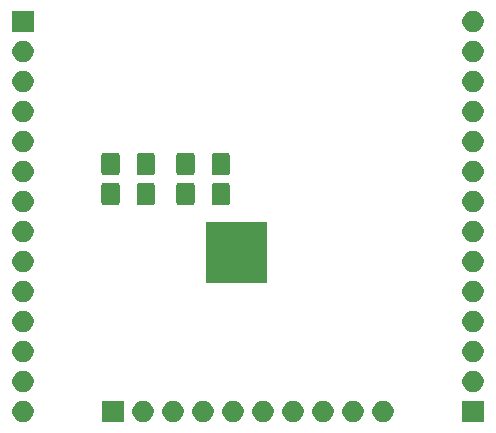
<source format=gbr>
G04 #@! TF.GenerationSoftware,KiCad,Pcbnew,5.1.5-52549c5~84~ubuntu18.04.1*
G04 #@! TF.CreationDate,2020-03-18T13:42:57+01:00*
G04 #@! TF.ProjectId,esp32_breakout,65737033-325f-4627-9265-616b6f75742e,rev?*
G04 #@! TF.SameCoordinates,Original*
G04 #@! TF.FileFunction,Soldermask,Bot*
G04 #@! TF.FilePolarity,Negative*
%FSLAX46Y46*%
G04 Gerber Fmt 4.6, Leading zero omitted, Abs format (unit mm)*
G04 Created by KiCad (PCBNEW 5.1.5-52549c5~84~ubuntu18.04.1) date 2020-03-18 13:42:57*
%MOMM*%
%LPD*%
G04 APERTURE LIST*
%ADD10C,0.100000*%
G04 APERTURE END LIST*
D10*
G36*
X78994000Y-88138000D02*
G01*
X73914000Y-88138000D01*
X73914000Y-83058000D01*
X78994000Y-83058000D01*
X78994000Y-88138000D01*
G37*
X78994000Y-88138000D02*
X73914000Y-88138000D01*
X73914000Y-83058000D01*
X78994000Y-83058000D01*
X78994000Y-88138000D01*
G36*
X58533512Y-98163927D02*
G01*
X58682812Y-98193624D01*
X58846784Y-98261544D01*
X58994354Y-98360147D01*
X59119853Y-98485646D01*
X59218456Y-98633216D01*
X59286376Y-98797188D01*
X59321000Y-98971259D01*
X59321000Y-99148741D01*
X59286376Y-99322812D01*
X59218456Y-99486784D01*
X59119853Y-99634354D01*
X58994354Y-99759853D01*
X58846784Y-99858456D01*
X58682812Y-99926376D01*
X58533512Y-99956073D01*
X58508742Y-99961000D01*
X58331258Y-99961000D01*
X58306488Y-99956073D01*
X58157188Y-99926376D01*
X57993216Y-99858456D01*
X57845646Y-99759853D01*
X57720147Y-99634354D01*
X57621544Y-99486784D01*
X57553624Y-99322812D01*
X57519000Y-99148741D01*
X57519000Y-98971259D01*
X57553624Y-98797188D01*
X57621544Y-98633216D01*
X57720147Y-98485646D01*
X57845646Y-98360147D01*
X57993216Y-98261544D01*
X58157188Y-98193624D01*
X58306488Y-98163927D01*
X58331258Y-98159000D01*
X58508742Y-98159000D01*
X58533512Y-98163927D01*
G37*
G36*
X89013512Y-98163927D02*
G01*
X89162812Y-98193624D01*
X89326784Y-98261544D01*
X89474354Y-98360147D01*
X89599853Y-98485646D01*
X89698456Y-98633216D01*
X89766376Y-98797188D01*
X89801000Y-98971259D01*
X89801000Y-99148741D01*
X89766376Y-99322812D01*
X89698456Y-99486784D01*
X89599853Y-99634354D01*
X89474354Y-99759853D01*
X89326784Y-99858456D01*
X89162812Y-99926376D01*
X89013512Y-99956073D01*
X88988742Y-99961000D01*
X88811258Y-99961000D01*
X88786488Y-99956073D01*
X88637188Y-99926376D01*
X88473216Y-99858456D01*
X88325646Y-99759853D01*
X88200147Y-99634354D01*
X88101544Y-99486784D01*
X88033624Y-99322812D01*
X87999000Y-99148741D01*
X87999000Y-98971259D01*
X88033624Y-98797188D01*
X88101544Y-98633216D01*
X88200147Y-98485646D01*
X88325646Y-98360147D01*
X88473216Y-98261544D01*
X88637188Y-98193624D01*
X88786488Y-98163927D01*
X88811258Y-98159000D01*
X88988742Y-98159000D01*
X89013512Y-98163927D01*
G37*
G36*
X97421000Y-99961000D02*
G01*
X95619000Y-99961000D01*
X95619000Y-98159000D01*
X97421000Y-98159000D01*
X97421000Y-99961000D01*
G37*
G36*
X66941000Y-99961000D02*
G01*
X65139000Y-99961000D01*
X65139000Y-98159000D01*
X66941000Y-98159000D01*
X66941000Y-99961000D01*
G37*
G36*
X68693512Y-98163927D02*
G01*
X68842812Y-98193624D01*
X69006784Y-98261544D01*
X69154354Y-98360147D01*
X69279853Y-98485646D01*
X69378456Y-98633216D01*
X69446376Y-98797188D01*
X69481000Y-98971259D01*
X69481000Y-99148741D01*
X69446376Y-99322812D01*
X69378456Y-99486784D01*
X69279853Y-99634354D01*
X69154354Y-99759853D01*
X69006784Y-99858456D01*
X68842812Y-99926376D01*
X68693512Y-99956073D01*
X68668742Y-99961000D01*
X68491258Y-99961000D01*
X68466488Y-99956073D01*
X68317188Y-99926376D01*
X68153216Y-99858456D01*
X68005646Y-99759853D01*
X67880147Y-99634354D01*
X67781544Y-99486784D01*
X67713624Y-99322812D01*
X67679000Y-99148741D01*
X67679000Y-98971259D01*
X67713624Y-98797188D01*
X67781544Y-98633216D01*
X67880147Y-98485646D01*
X68005646Y-98360147D01*
X68153216Y-98261544D01*
X68317188Y-98193624D01*
X68466488Y-98163927D01*
X68491258Y-98159000D01*
X68668742Y-98159000D01*
X68693512Y-98163927D01*
G37*
G36*
X71233512Y-98163927D02*
G01*
X71382812Y-98193624D01*
X71546784Y-98261544D01*
X71694354Y-98360147D01*
X71819853Y-98485646D01*
X71918456Y-98633216D01*
X71986376Y-98797188D01*
X72021000Y-98971259D01*
X72021000Y-99148741D01*
X71986376Y-99322812D01*
X71918456Y-99486784D01*
X71819853Y-99634354D01*
X71694354Y-99759853D01*
X71546784Y-99858456D01*
X71382812Y-99926376D01*
X71233512Y-99956073D01*
X71208742Y-99961000D01*
X71031258Y-99961000D01*
X71006488Y-99956073D01*
X70857188Y-99926376D01*
X70693216Y-99858456D01*
X70545646Y-99759853D01*
X70420147Y-99634354D01*
X70321544Y-99486784D01*
X70253624Y-99322812D01*
X70219000Y-99148741D01*
X70219000Y-98971259D01*
X70253624Y-98797188D01*
X70321544Y-98633216D01*
X70420147Y-98485646D01*
X70545646Y-98360147D01*
X70693216Y-98261544D01*
X70857188Y-98193624D01*
X71006488Y-98163927D01*
X71031258Y-98159000D01*
X71208742Y-98159000D01*
X71233512Y-98163927D01*
G37*
G36*
X76313512Y-98163927D02*
G01*
X76462812Y-98193624D01*
X76626784Y-98261544D01*
X76774354Y-98360147D01*
X76899853Y-98485646D01*
X76998456Y-98633216D01*
X77066376Y-98797188D01*
X77101000Y-98971259D01*
X77101000Y-99148741D01*
X77066376Y-99322812D01*
X76998456Y-99486784D01*
X76899853Y-99634354D01*
X76774354Y-99759853D01*
X76626784Y-99858456D01*
X76462812Y-99926376D01*
X76313512Y-99956073D01*
X76288742Y-99961000D01*
X76111258Y-99961000D01*
X76086488Y-99956073D01*
X75937188Y-99926376D01*
X75773216Y-99858456D01*
X75625646Y-99759853D01*
X75500147Y-99634354D01*
X75401544Y-99486784D01*
X75333624Y-99322812D01*
X75299000Y-99148741D01*
X75299000Y-98971259D01*
X75333624Y-98797188D01*
X75401544Y-98633216D01*
X75500147Y-98485646D01*
X75625646Y-98360147D01*
X75773216Y-98261544D01*
X75937188Y-98193624D01*
X76086488Y-98163927D01*
X76111258Y-98159000D01*
X76288742Y-98159000D01*
X76313512Y-98163927D01*
G37*
G36*
X81393512Y-98163927D02*
G01*
X81542812Y-98193624D01*
X81706784Y-98261544D01*
X81854354Y-98360147D01*
X81979853Y-98485646D01*
X82078456Y-98633216D01*
X82146376Y-98797188D01*
X82181000Y-98971259D01*
X82181000Y-99148741D01*
X82146376Y-99322812D01*
X82078456Y-99486784D01*
X81979853Y-99634354D01*
X81854354Y-99759853D01*
X81706784Y-99858456D01*
X81542812Y-99926376D01*
X81393512Y-99956073D01*
X81368742Y-99961000D01*
X81191258Y-99961000D01*
X81166488Y-99956073D01*
X81017188Y-99926376D01*
X80853216Y-99858456D01*
X80705646Y-99759853D01*
X80580147Y-99634354D01*
X80481544Y-99486784D01*
X80413624Y-99322812D01*
X80379000Y-99148741D01*
X80379000Y-98971259D01*
X80413624Y-98797188D01*
X80481544Y-98633216D01*
X80580147Y-98485646D01*
X80705646Y-98360147D01*
X80853216Y-98261544D01*
X81017188Y-98193624D01*
X81166488Y-98163927D01*
X81191258Y-98159000D01*
X81368742Y-98159000D01*
X81393512Y-98163927D01*
G37*
G36*
X83933512Y-98163927D02*
G01*
X84082812Y-98193624D01*
X84246784Y-98261544D01*
X84394354Y-98360147D01*
X84519853Y-98485646D01*
X84618456Y-98633216D01*
X84686376Y-98797188D01*
X84721000Y-98971259D01*
X84721000Y-99148741D01*
X84686376Y-99322812D01*
X84618456Y-99486784D01*
X84519853Y-99634354D01*
X84394354Y-99759853D01*
X84246784Y-99858456D01*
X84082812Y-99926376D01*
X83933512Y-99956073D01*
X83908742Y-99961000D01*
X83731258Y-99961000D01*
X83706488Y-99956073D01*
X83557188Y-99926376D01*
X83393216Y-99858456D01*
X83245646Y-99759853D01*
X83120147Y-99634354D01*
X83021544Y-99486784D01*
X82953624Y-99322812D01*
X82919000Y-99148741D01*
X82919000Y-98971259D01*
X82953624Y-98797188D01*
X83021544Y-98633216D01*
X83120147Y-98485646D01*
X83245646Y-98360147D01*
X83393216Y-98261544D01*
X83557188Y-98193624D01*
X83706488Y-98163927D01*
X83731258Y-98159000D01*
X83908742Y-98159000D01*
X83933512Y-98163927D01*
G37*
G36*
X86473512Y-98163927D02*
G01*
X86622812Y-98193624D01*
X86786784Y-98261544D01*
X86934354Y-98360147D01*
X87059853Y-98485646D01*
X87158456Y-98633216D01*
X87226376Y-98797188D01*
X87261000Y-98971259D01*
X87261000Y-99148741D01*
X87226376Y-99322812D01*
X87158456Y-99486784D01*
X87059853Y-99634354D01*
X86934354Y-99759853D01*
X86786784Y-99858456D01*
X86622812Y-99926376D01*
X86473512Y-99956073D01*
X86448742Y-99961000D01*
X86271258Y-99961000D01*
X86246488Y-99956073D01*
X86097188Y-99926376D01*
X85933216Y-99858456D01*
X85785646Y-99759853D01*
X85660147Y-99634354D01*
X85561544Y-99486784D01*
X85493624Y-99322812D01*
X85459000Y-99148741D01*
X85459000Y-98971259D01*
X85493624Y-98797188D01*
X85561544Y-98633216D01*
X85660147Y-98485646D01*
X85785646Y-98360147D01*
X85933216Y-98261544D01*
X86097188Y-98193624D01*
X86246488Y-98163927D01*
X86271258Y-98159000D01*
X86448742Y-98159000D01*
X86473512Y-98163927D01*
G37*
G36*
X78853512Y-98163927D02*
G01*
X79002812Y-98193624D01*
X79166784Y-98261544D01*
X79314354Y-98360147D01*
X79439853Y-98485646D01*
X79538456Y-98633216D01*
X79606376Y-98797188D01*
X79641000Y-98971259D01*
X79641000Y-99148741D01*
X79606376Y-99322812D01*
X79538456Y-99486784D01*
X79439853Y-99634354D01*
X79314354Y-99759853D01*
X79166784Y-99858456D01*
X79002812Y-99926376D01*
X78853512Y-99956073D01*
X78828742Y-99961000D01*
X78651258Y-99961000D01*
X78626488Y-99956073D01*
X78477188Y-99926376D01*
X78313216Y-99858456D01*
X78165646Y-99759853D01*
X78040147Y-99634354D01*
X77941544Y-99486784D01*
X77873624Y-99322812D01*
X77839000Y-99148741D01*
X77839000Y-98971259D01*
X77873624Y-98797188D01*
X77941544Y-98633216D01*
X78040147Y-98485646D01*
X78165646Y-98360147D01*
X78313216Y-98261544D01*
X78477188Y-98193624D01*
X78626488Y-98163927D01*
X78651258Y-98159000D01*
X78828742Y-98159000D01*
X78853512Y-98163927D01*
G37*
G36*
X73773512Y-98163927D02*
G01*
X73922812Y-98193624D01*
X74086784Y-98261544D01*
X74234354Y-98360147D01*
X74359853Y-98485646D01*
X74458456Y-98633216D01*
X74526376Y-98797188D01*
X74561000Y-98971259D01*
X74561000Y-99148741D01*
X74526376Y-99322812D01*
X74458456Y-99486784D01*
X74359853Y-99634354D01*
X74234354Y-99759853D01*
X74086784Y-99858456D01*
X73922812Y-99926376D01*
X73773512Y-99956073D01*
X73748742Y-99961000D01*
X73571258Y-99961000D01*
X73546488Y-99956073D01*
X73397188Y-99926376D01*
X73233216Y-99858456D01*
X73085646Y-99759853D01*
X72960147Y-99634354D01*
X72861544Y-99486784D01*
X72793624Y-99322812D01*
X72759000Y-99148741D01*
X72759000Y-98971259D01*
X72793624Y-98797188D01*
X72861544Y-98633216D01*
X72960147Y-98485646D01*
X73085646Y-98360147D01*
X73233216Y-98261544D01*
X73397188Y-98193624D01*
X73546488Y-98163927D01*
X73571258Y-98159000D01*
X73748742Y-98159000D01*
X73773512Y-98163927D01*
G37*
G36*
X96633512Y-95623927D02*
G01*
X96782812Y-95653624D01*
X96946784Y-95721544D01*
X97094354Y-95820147D01*
X97219853Y-95945646D01*
X97318456Y-96093216D01*
X97386376Y-96257188D01*
X97421000Y-96431259D01*
X97421000Y-96608741D01*
X97386376Y-96782812D01*
X97318456Y-96946784D01*
X97219853Y-97094354D01*
X97094354Y-97219853D01*
X96946784Y-97318456D01*
X96782812Y-97386376D01*
X96633512Y-97416073D01*
X96608742Y-97421000D01*
X96431258Y-97421000D01*
X96406488Y-97416073D01*
X96257188Y-97386376D01*
X96093216Y-97318456D01*
X95945646Y-97219853D01*
X95820147Y-97094354D01*
X95721544Y-96946784D01*
X95653624Y-96782812D01*
X95619000Y-96608741D01*
X95619000Y-96431259D01*
X95653624Y-96257188D01*
X95721544Y-96093216D01*
X95820147Y-95945646D01*
X95945646Y-95820147D01*
X96093216Y-95721544D01*
X96257188Y-95653624D01*
X96406488Y-95623927D01*
X96431258Y-95619000D01*
X96608742Y-95619000D01*
X96633512Y-95623927D01*
G37*
G36*
X58533512Y-95623927D02*
G01*
X58682812Y-95653624D01*
X58846784Y-95721544D01*
X58994354Y-95820147D01*
X59119853Y-95945646D01*
X59218456Y-96093216D01*
X59286376Y-96257188D01*
X59321000Y-96431259D01*
X59321000Y-96608741D01*
X59286376Y-96782812D01*
X59218456Y-96946784D01*
X59119853Y-97094354D01*
X58994354Y-97219853D01*
X58846784Y-97318456D01*
X58682812Y-97386376D01*
X58533512Y-97416073D01*
X58508742Y-97421000D01*
X58331258Y-97421000D01*
X58306488Y-97416073D01*
X58157188Y-97386376D01*
X57993216Y-97318456D01*
X57845646Y-97219853D01*
X57720147Y-97094354D01*
X57621544Y-96946784D01*
X57553624Y-96782812D01*
X57519000Y-96608741D01*
X57519000Y-96431259D01*
X57553624Y-96257188D01*
X57621544Y-96093216D01*
X57720147Y-95945646D01*
X57845646Y-95820147D01*
X57993216Y-95721544D01*
X58157188Y-95653624D01*
X58306488Y-95623927D01*
X58331258Y-95619000D01*
X58508742Y-95619000D01*
X58533512Y-95623927D01*
G37*
G36*
X96633512Y-93083927D02*
G01*
X96782812Y-93113624D01*
X96946784Y-93181544D01*
X97094354Y-93280147D01*
X97219853Y-93405646D01*
X97318456Y-93553216D01*
X97386376Y-93717188D01*
X97421000Y-93891259D01*
X97421000Y-94068741D01*
X97386376Y-94242812D01*
X97318456Y-94406784D01*
X97219853Y-94554354D01*
X97094354Y-94679853D01*
X96946784Y-94778456D01*
X96782812Y-94846376D01*
X96633512Y-94876073D01*
X96608742Y-94881000D01*
X96431258Y-94881000D01*
X96406488Y-94876073D01*
X96257188Y-94846376D01*
X96093216Y-94778456D01*
X95945646Y-94679853D01*
X95820147Y-94554354D01*
X95721544Y-94406784D01*
X95653624Y-94242812D01*
X95619000Y-94068741D01*
X95619000Y-93891259D01*
X95653624Y-93717188D01*
X95721544Y-93553216D01*
X95820147Y-93405646D01*
X95945646Y-93280147D01*
X96093216Y-93181544D01*
X96257188Y-93113624D01*
X96406488Y-93083927D01*
X96431258Y-93079000D01*
X96608742Y-93079000D01*
X96633512Y-93083927D01*
G37*
G36*
X58533512Y-93083927D02*
G01*
X58682812Y-93113624D01*
X58846784Y-93181544D01*
X58994354Y-93280147D01*
X59119853Y-93405646D01*
X59218456Y-93553216D01*
X59286376Y-93717188D01*
X59321000Y-93891259D01*
X59321000Y-94068741D01*
X59286376Y-94242812D01*
X59218456Y-94406784D01*
X59119853Y-94554354D01*
X58994354Y-94679853D01*
X58846784Y-94778456D01*
X58682812Y-94846376D01*
X58533512Y-94876073D01*
X58508742Y-94881000D01*
X58331258Y-94881000D01*
X58306488Y-94876073D01*
X58157188Y-94846376D01*
X57993216Y-94778456D01*
X57845646Y-94679853D01*
X57720147Y-94554354D01*
X57621544Y-94406784D01*
X57553624Y-94242812D01*
X57519000Y-94068741D01*
X57519000Y-93891259D01*
X57553624Y-93717188D01*
X57621544Y-93553216D01*
X57720147Y-93405646D01*
X57845646Y-93280147D01*
X57993216Y-93181544D01*
X58157188Y-93113624D01*
X58306488Y-93083927D01*
X58331258Y-93079000D01*
X58508742Y-93079000D01*
X58533512Y-93083927D01*
G37*
G36*
X58533512Y-90543927D02*
G01*
X58682812Y-90573624D01*
X58846784Y-90641544D01*
X58994354Y-90740147D01*
X59119853Y-90865646D01*
X59218456Y-91013216D01*
X59286376Y-91177188D01*
X59321000Y-91351259D01*
X59321000Y-91528741D01*
X59286376Y-91702812D01*
X59218456Y-91866784D01*
X59119853Y-92014354D01*
X58994354Y-92139853D01*
X58846784Y-92238456D01*
X58682812Y-92306376D01*
X58533512Y-92336073D01*
X58508742Y-92341000D01*
X58331258Y-92341000D01*
X58306488Y-92336073D01*
X58157188Y-92306376D01*
X57993216Y-92238456D01*
X57845646Y-92139853D01*
X57720147Y-92014354D01*
X57621544Y-91866784D01*
X57553624Y-91702812D01*
X57519000Y-91528741D01*
X57519000Y-91351259D01*
X57553624Y-91177188D01*
X57621544Y-91013216D01*
X57720147Y-90865646D01*
X57845646Y-90740147D01*
X57993216Y-90641544D01*
X58157188Y-90573624D01*
X58306488Y-90543927D01*
X58331258Y-90539000D01*
X58508742Y-90539000D01*
X58533512Y-90543927D01*
G37*
G36*
X96633512Y-90543927D02*
G01*
X96782812Y-90573624D01*
X96946784Y-90641544D01*
X97094354Y-90740147D01*
X97219853Y-90865646D01*
X97318456Y-91013216D01*
X97386376Y-91177188D01*
X97421000Y-91351259D01*
X97421000Y-91528741D01*
X97386376Y-91702812D01*
X97318456Y-91866784D01*
X97219853Y-92014354D01*
X97094354Y-92139853D01*
X96946784Y-92238456D01*
X96782812Y-92306376D01*
X96633512Y-92336073D01*
X96608742Y-92341000D01*
X96431258Y-92341000D01*
X96406488Y-92336073D01*
X96257188Y-92306376D01*
X96093216Y-92238456D01*
X95945646Y-92139853D01*
X95820147Y-92014354D01*
X95721544Y-91866784D01*
X95653624Y-91702812D01*
X95619000Y-91528741D01*
X95619000Y-91351259D01*
X95653624Y-91177188D01*
X95721544Y-91013216D01*
X95820147Y-90865646D01*
X95945646Y-90740147D01*
X96093216Y-90641544D01*
X96257188Y-90573624D01*
X96406488Y-90543927D01*
X96431258Y-90539000D01*
X96608742Y-90539000D01*
X96633512Y-90543927D01*
G37*
G36*
X96633512Y-88003927D02*
G01*
X96782812Y-88033624D01*
X96946784Y-88101544D01*
X97094354Y-88200147D01*
X97219853Y-88325646D01*
X97318456Y-88473216D01*
X97386376Y-88637188D01*
X97421000Y-88811259D01*
X97421000Y-88988741D01*
X97386376Y-89162812D01*
X97318456Y-89326784D01*
X97219853Y-89474354D01*
X97094354Y-89599853D01*
X96946784Y-89698456D01*
X96782812Y-89766376D01*
X96633512Y-89796073D01*
X96608742Y-89801000D01*
X96431258Y-89801000D01*
X96406488Y-89796073D01*
X96257188Y-89766376D01*
X96093216Y-89698456D01*
X95945646Y-89599853D01*
X95820147Y-89474354D01*
X95721544Y-89326784D01*
X95653624Y-89162812D01*
X95619000Y-88988741D01*
X95619000Y-88811259D01*
X95653624Y-88637188D01*
X95721544Y-88473216D01*
X95820147Y-88325646D01*
X95945646Y-88200147D01*
X96093216Y-88101544D01*
X96257188Y-88033624D01*
X96406488Y-88003927D01*
X96431258Y-87999000D01*
X96608742Y-87999000D01*
X96633512Y-88003927D01*
G37*
G36*
X58533512Y-88003927D02*
G01*
X58682812Y-88033624D01*
X58846784Y-88101544D01*
X58994354Y-88200147D01*
X59119853Y-88325646D01*
X59218456Y-88473216D01*
X59286376Y-88637188D01*
X59321000Y-88811259D01*
X59321000Y-88988741D01*
X59286376Y-89162812D01*
X59218456Y-89326784D01*
X59119853Y-89474354D01*
X58994354Y-89599853D01*
X58846784Y-89698456D01*
X58682812Y-89766376D01*
X58533512Y-89796073D01*
X58508742Y-89801000D01*
X58331258Y-89801000D01*
X58306488Y-89796073D01*
X58157188Y-89766376D01*
X57993216Y-89698456D01*
X57845646Y-89599853D01*
X57720147Y-89474354D01*
X57621544Y-89326784D01*
X57553624Y-89162812D01*
X57519000Y-88988741D01*
X57519000Y-88811259D01*
X57553624Y-88637188D01*
X57621544Y-88473216D01*
X57720147Y-88325646D01*
X57845646Y-88200147D01*
X57993216Y-88101544D01*
X58157188Y-88033624D01*
X58306488Y-88003927D01*
X58331258Y-87999000D01*
X58508742Y-87999000D01*
X58533512Y-88003927D01*
G37*
G36*
X58533512Y-85463927D02*
G01*
X58682812Y-85493624D01*
X58846784Y-85561544D01*
X58994354Y-85660147D01*
X59119853Y-85785646D01*
X59218456Y-85933216D01*
X59286376Y-86097188D01*
X59321000Y-86271259D01*
X59321000Y-86448741D01*
X59286376Y-86622812D01*
X59218456Y-86786784D01*
X59119853Y-86934354D01*
X58994354Y-87059853D01*
X58846784Y-87158456D01*
X58682812Y-87226376D01*
X58533512Y-87256073D01*
X58508742Y-87261000D01*
X58331258Y-87261000D01*
X58306488Y-87256073D01*
X58157188Y-87226376D01*
X57993216Y-87158456D01*
X57845646Y-87059853D01*
X57720147Y-86934354D01*
X57621544Y-86786784D01*
X57553624Y-86622812D01*
X57519000Y-86448741D01*
X57519000Y-86271259D01*
X57553624Y-86097188D01*
X57621544Y-85933216D01*
X57720147Y-85785646D01*
X57845646Y-85660147D01*
X57993216Y-85561544D01*
X58157188Y-85493624D01*
X58306488Y-85463927D01*
X58331258Y-85459000D01*
X58508742Y-85459000D01*
X58533512Y-85463927D01*
G37*
G36*
X96633512Y-85463927D02*
G01*
X96782812Y-85493624D01*
X96946784Y-85561544D01*
X97094354Y-85660147D01*
X97219853Y-85785646D01*
X97318456Y-85933216D01*
X97386376Y-86097188D01*
X97421000Y-86271259D01*
X97421000Y-86448741D01*
X97386376Y-86622812D01*
X97318456Y-86786784D01*
X97219853Y-86934354D01*
X97094354Y-87059853D01*
X96946784Y-87158456D01*
X96782812Y-87226376D01*
X96633512Y-87256073D01*
X96608742Y-87261000D01*
X96431258Y-87261000D01*
X96406488Y-87256073D01*
X96257188Y-87226376D01*
X96093216Y-87158456D01*
X95945646Y-87059853D01*
X95820147Y-86934354D01*
X95721544Y-86786784D01*
X95653624Y-86622812D01*
X95619000Y-86448741D01*
X95619000Y-86271259D01*
X95653624Y-86097188D01*
X95721544Y-85933216D01*
X95820147Y-85785646D01*
X95945646Y-85660147D01*
X96093216Y-85561544D01*
X96257188Y-85493624D01*
X96406488Y-85463927D01*
X96431258Y-85459000D01*
X96608742Y-85459000D01*
X96633512Y-85463927D01*
G37*
G36*
X58533512Y-82923927D02*
G01*
X58682812Y-82953624D01*
X58846784Y-83021544D01*
X58994354Y-83120147D01*
X59119853Y-83245646D01*
X59218456Y-83393216D01*
X59286376Y-83557188D01*
X59321000Y-83731259D01*
X59321000Y-83908741D01*
X59286376Y-84082812D01*
X59218456Y-84246784D01*
X59119853Y-84394354D01*
X58994354Y-84519853D01*
X58846784Y-84618456D01*
X58682812Y-84686376D01*
X58533512Y-84716073D01*
X58508742Y-84721000D01*
X58331258Y-84721000D01*
X58306488Y-84716073D01*
X58157188Y-84686376D01*
X57993216Y-84618456D01*
X57845646Y-84519853D01*
X57720147Y-84394354D01*
X57621544Y-84246784D01*
X57553624Y-84082812D01*
X57519000Y-83908741D01*
X57519000Y-83731259D01*
X57553624Y-83557188D01*
X57621544Y-83393216D01*
X57720147Y-83245646D01*
X57845646Y-83120147D01*
X57993216Y-83021544D01*
X58157188Y-82953624D01*
X58306488Y-82923927D01*
X58331258Y-82919000D01*
X58508742Y-82919000D01*
X58533512Y-82923927D01*
G37*
G36*
X96633512Y-82923927D02*
G01*
X96782812Y-82953624D01*
X96946784Y-83021544D01*
X97094354Y-83120147D01*
X97219853Y-83245646D01*
X97318456Y-83393216D01*
X97386376Y-83557188D01*
X97421000Y-83731259D01*
X97421000Y-83908741D01*
X97386376Y-84082812D01*
X97318456Y-84246784D01*
X97219853Y-84394354D01*
X97094354Y-84519853D01*
X96946784Y-84618456D01*
X96782812Y-84686376D01*
X96633512Y-84716073D01*
X96608742Y-84721000D01*
X96431258Y-84721000D01*
X96406488Y-84716073D01*
X96257188Y-84686376D01*
X96093216Y-84618456D01*
X95945646Y-84519853D01*
X95820147Y-84394354D01*
X95721544Y-84246784D01*
X95653624Y-84082812D01*
X95619000Y-83908741D01*
X95619000Y-83731259D01*
X95653624Y-83557188D01*
X95721544Y-83393216D01*
X95820147Y-83245646D01*
X95945646Y-83120147D01*
X96093216Y-83021544D01*
X96257188Y-82953624D01*
X96406488Y-82923927D01*
X96431258Y-82919000D01*
X96608742Y-82919000D01*
X96633512Y-82923927D01*
G37*
G36*
X96633512Y-80383927D02*
G01*
X96782812Y-80413624D01*
X96946784Y-80481544D01*
X97094354Y-80580147D01*
X97219853Y-80705646D01*
X97318456Y-80853216D01*
X97386376Y-81017188D01*
X97416073Y-81166488D01*
X97421000Y-81191258D01*
X97421000Y-81368742D01*
X97416073Y-81393512D01*
X97386376Y-81542812D01*
X97318456Y-81706784D01*
X97219853Y-81854354D01*
X97094354Y-81979853D01*
X96946784Y-82078456D01*
X96782812Y-82146376D01*
X96633512Y-82176073D01*
X96608742Y-82181000D01*
X96431258Y-82181000D01*
X96406488Y-82176073D01*
X96257188Y-82146376D01*
X96093216Y-82078456D01*
X95945646Y-81979853D01*
X95820147Y-81854354D01*
X95721544Y-81706784D01*
X95653624Y-81542812D01*
X95623927Y-81393512D01*
X95619000Y-81368742D01*
X95619000Y-81191258D01*
X95623927Y-81166488D01*
X95653624Y-81017188D01*
X95721544Y-80853216D01*
X95820147Y-80705646D01*
X95945646Y-80580147D01*
X96093216Y-80481544D01*
X96257188Y-80413624D01*
X96406488Y-80383927D01*
X96431258Y-80379000D01*
X96608742Y-80379000D01*
X96633512Y-80383927D01*
G37*
G36*
X58533512Y-80383927D02*
G01*
X58682812Y-80413624D01*
X58846784Y-80481544D01*
X58994354Y-80580147D01*
X59119853Y-80705646D01*
X59218456Y-80853216D01*
X59286376Y-81017188D01*
X59316073Y-81166488D01*
X59321000Y-81191258D01*
X59321000Y-81368742D01*
X59316073Y-81393512D01*
X59286376Y-81542812D01*
X59218456Y-81706784D01*
X59119853Y-81854354D01*
X58994354Y-81979853D01*
X58846784Y-82078456D01*
X58682812Y-82146376D01*
X58533512Y-82176073D01*
X58508742Y-82181000D01*
X58331258Y-82181000D01*
X58306488Y-82176073D01*
X58157188Y-82146376D01*
X57993216Y-82078456D01*
X57845646Y-81979853D01*
X57720147Y-81854354D01*
X57621544Y-81706784D01*
X57553624Y-81542812D01*
X57523927Y-81393512D01*
X57519000Y-81368742D01*
X57519000Y-81191258D01*
X57523927Y-81166488D01*
X57553624Y-81017188D01*
X57621544Y-80853216D01*
X57720147Y-80705646D01*
X57845646Y-80580147D01*
X57993216Y-80481544D01*
X58157188Y-80413624D01*
X58306488Y-80383927D01*
X58331258Y-80379000D01*
X58508742Y-80379000D01*
X58533512Y-80383927D01*
G37*
G36*
X75760562Y-79723181D02*
G01*
X75795481Y-79733774D01*
X75827663Y-79750976D01*
X75855873Y-79774127D01*
X75879024Y-79802337D01*
X75896226Y-79834519D01*
X75906819Y-79869438D01*
X75911000Y-79911895D01*
X75911000Y-81378105D01*
X75906819Y-81420562D01*
X75896226Y-81455481D01*
X75879024Y-81487663D01*
X75855873Y-81515873D01*
X75827663Y-81539024D01*
X75795481Y-81556226D01*
X75760562Y-81566819D01*
X75718105Y-81571000D01*
X74576895Y-81571000D01*
X74534438Y-81566819D01*
X74499519Y-81556226D01*
X74467337Y-81539024D01*
X74439127Y-81515873D01*
X74415976Y-81487663D01*
X74398774Y-81455481D01*
X74388181Y-81420562D01*
X74384000Y-81378105D01*
X74384000Y-79911895D01*
X74388181Y-79869438D01*
X74398774Y-79834519D01*
X74415976Y-79802337D01*
X74439127Y-79774127D01*
X74467337Y-79750976D01*
X74499519Y-79733774D01*
X74534438Y-79723181D01*
X74576895Y-79719000D01*
X75718105Y-79719000D01*
X75760562Y-79723181D01*
G37*
G36*
X72785562Y-79723181D02*
G01*
X72820481Y-79733774D01*
X72852663Y-79750976D01*
X72880873Y-79774127D01*
X72904024Y-79802337D01*
X72921226Y-79834519D01*
X72931819Y-79869438D01*
X72936000Y-79911895D01*
X72936000Y-81378105D01*
X72931819Y-81420562D01*
X72921226Y-81455481D01*
X72904024Y-81487663D01*
X72880873Y-81515873D01*
X72852663Y-81539024D01*
X72820481Y-81556226D01*
X72785562Y-81566819D01*
X72743105Y-81571000D01*
X71601895Y-81571000D01*
X71559438Y-81566819D01*
X71524519Y-81556226D01*
X71492337Y-81539024D01*
X71464127Y-81515873D01*
X71440976Y-81487663D01*
X71423774Y-81455481D01*
X71413181Y-81420562D01*
X71409000Y-81378105D01*
X71409000Y-79911895D01*
X71413181Y-79869438D01*
X71423774Y-79834519D01*
X71440976Y-79802337D01*
X71464127Y-79774127D01*
X71492337Y-79750976D01*
X71524519Y-79733774D01*
X71559438Y-79723181D01*
X71601895Y-79719000D01*
X72743105Y-79719000D01*
X72785562Y-79723181D01*
G37*
G36*
X66435562Y-79723181D02*
G01*
X66470481Y-79733774D01*
X66502663Y-79750976D01*
X66530873Y-79774127D01*
X66554024Y-79802337D01*
X66571226Y-79834519D01*
X66581819Y-79869438D01*
X66586000Y-79911895D01*
X66586000Y-81378105D01*
X66581819Y-81420562D01*
X66571226Y-81455481D01*
X66554024Y-81487663D01*
X66530873Y-81515873D01*
X66502663Y-81539024D01*
X66470481Y-81556226D01*
X66435562Y-81566819D01*
X66393105Y-81571000D01*
X65251895Y-81571000D01*
X65209438Y-81566819D01*
X65174519Y-81556226D01*
X65142337Y-81539024D01*
X65114127Y-81515873D01*
X65090976Y-81487663D01*
X65073774Y-81455481D01*
X65063181Y-81420562D01*
X65059000Y-81378105D01*
X65059000Y-79911895D01*
X65063181Y-79869438D01*
X65073774Y-79834519D01*
X65090976Y-79802337D01*
X65114127Y-79774127D01*
X65142337Y-79750976D01*
X65174519Y-79733774D01*
X65209438Y-79723181D01*
X65251895Y-79719000D01*
X66393105Y-79719000D01*
X66435562Y-79723181D01*
G37*
G36*
X69410562Y-79723181D02*
G01*
X69445481Y-79733774D01*
X69477663Y-79750976D01*
X69505873Y-79774127D01*
X69529024Y-79802337D01*
X69546226Y-79834519D01*
X69556819Y-79869438D01*
X69561000Y-79911895D01*
X69561000Y-81378105D01*
X69556819Y-81420562D01*
X69546226Y-81455481D01*
X69529024Y-81487663D01*
X69505873Y-81515873D01*
X69477663Y-81539024D01*
X69445481Y-81556226D01*
X69410562Y-81566819D01*
X69368105Y-81571000D01*
X68226895Y-81571000D01*
X68184438Y-81566819D01*
X68149519Y-81556226D01*
X68117337Y-81539024D01*
X68089127Y-81515873D01*
X68065976Y-81487663D01*
X68048774Y-81455481D01*
X68038181Y-81420562D01*
X68034000Y-81378105D01*
X68034000Y-79911895D01*
X68038181Y-79869438D01*
X68048774Y-79834519D01*
X68065976Y-79802337D01*
X68089127Y-79774127D01*
X68117337Y-79750976D01*
X68149519Y-79733774D01*
X68184438Y-79723181D01*
X68226895Y-79719000D01*
X69368105Y-79719000D01*
X69410562Y-79723181D01*
G37*
G36*
X58533512Y-77843927D02*
G01*
X58682812Y-77873624D01*
X58846784Y-77941544D01*
X58994354Y-78040147D01*
X59119853Y-78165646D01*
X59218456Y-78313216D01*
X59286376Y-78477188D01*
X59316073Y-78626488D01*
X59321000Y-78651258D01*
X59321000Y-78828742D01*
X59316073Y-78853512D01*
X59286376Y-79002812D01*
X59218456Y-79166784D01*
X59119853Y-79314354D01*
X58994354Y-79439853D01*
X58846784Y-79538456D01*
X58682812Y-79606376D01*
X58533512Y-79636073D01*
X58508742Y-79641000D01*
X58331258Y-79641000D01*
X58306488Y-79636073D01*
X58157188Y-79606376D01*
X57993216Y-79538456D01*
X57845646Y-79439853D01*
X57720147Y-79314354D01*
X57621544Y-79166784D01*
X57553624Y-79002812D01*
X57523927Y-78853512D01*
X57519000Y-78828742D01*
X57519000Y-78651258D01*
X57523927Y-78626488D01*
X57553624Y-78477188D01*
X57621544Y-78313216D01*
X57720147Y-78165646D01*
X57845646Y-78040147D01*
X57993216Y-77941544D01*
X58157188Y-77873624D01*
X58306488Y-77843927D01*
X58331258Y-77839000D01*
X58508742Y-77839000D01*
X58533512Y-77843927D01*
G37*
G36*
X96633512Y-77843927D02*
G01*
X96782812Y-77873624D01*
X96946784Y-77941544D01*
X97094354Y-78040147D01*
X97219853Y-78165646D01*
X97318456Y-78313216D01*
X97386376Y-78477188D01*
X97416073Y-78626488D01*
X97421000Y-78651258D01*
X97421000Y-78828742D01*
X97416073Y-78853512D01*
X97386376Y-79002812D01*
X97318456Y-79166784D01*
X97219853Y-79314354D01*
X97094354Y-79439853D01*
X96946784Y-79538456D01*
X96782812Y-79606376D01*
X96633512Y-79636073D01*
X96608742Y-79641000D01*
X96431258Y-79641000D01*
X96406488Y-79636073D01*
X96257188Y-79606376D01*
X96093216Y-79538456D01*
X95945646Y-79439853D01*
X95820147Y-79314354D01*
X95721544Y-79166784D01*
X95653624Y-79002812D01*
X95623927Y-78853512D01*
X95619000Y-78828742D01*
X95619000Y-78651258D01*
X95623927Y-78626488D01*
X95653624Y-78477188D01*
X95721544Y-78313216D01*
X95820147Y-78165646D01*
X95945646Y-78040147D01*
X96093216Y-77941544D01*
X96257188Y-77873624D01*
X96406488Y-77843927D01*
X96431258Y-77839000D01*
X96608742Y-77839000D01*
X96633512Y-77843927D01*
G37*
G36*
X66435562Y-77183181D02*
G01*
X66470481Y-77193774D01*
X66502663Y-77210976D01*
X66530873Y-77234127D01*
X66554024Y-77262337D01*
X66571226Y-77294519D01*
X66581819Y-77329438D01*
X66586000Y-77371895D01*
X66586000Y-78838105D01*
X66581819Y-78880562D01*
X66571226Y-78915481D01*
X66554024Y-78947663D01*
X66530873Y-78975873D01*
X66502663Y-78999024D01*
X66470481Y-79016226D01*
X66435562Y-79026819D01*
X66393105Y-79031000D01*
X65251895Y-79031000D01*
X65209438Y-79026819D01*
X65174519Y-79016226D01*
X65142337Y-78999024D01*
X65114127Y-78975873D01*
X65090976Y-78947663D01*
X65073774Y-78915481D01*
X65063181Y-78880562D01*
X65059000Y-78838105D01*
X65059000Y-77371895D01*
X65063181Y-77329438D01*
X65073774Y-77294519D01*
X65090976Y-77262337D01*
X65114127Y-77234127D01*
X65142337Y-77210976D01*
X65174519Y-77193774D01*
X65209438Y-77183181D01*
X65251895Y-77179000D01*
X66393105Y-77179000D01*
X66435562Y-77183181D01*
G37*
G36*
X69410562Y-77183181D02*
G01*
X69445481Y-77193774D01*
X69477663Y-77210976D01*
X69505873Y-77234127D01*
X69529024Y-77262337D01*
X69546226Y-77294519D01*
X69556819Y-77329438D01*
X69561000Y-77371895D01*
X69561000Y-78838105D01*
X69556819Y-78880562D01*
X69546226Y-78915481D01*
X69529024Y-78947663D01*
X69505873Y-78975873D01*
X69477663Y-78999024D01*
X69445481Y-79016226D01*
X69410562Y-79026819D01*
X69368105Y-79031000D01*
X68226895Y-79031000D01*
X68184438Y-79026819D01*
X68149519Y-79016226D01*
X68117337Y-78999024D01*
X68089127Y-78975873D01*
X68065976Y-78947663D01*
X68048774Y-78915481D01*
X68038181Y-78880562D01*
X68034000Y-78838105D01*
X68034000Y-77371895D01*
X68038181Y-77329438D01*
X68048774Y-77294519D01*
X68065976Y-77262337D01*
X68089127Y-77234127D01*
X68117337Y-77210976D01*
X68149519Y-77193774D01*
X68184438Y-77183181D01*
X68226895Y-77179000D01*
X69368105Y-77179000D01*
X69410562Y-77183181D01*
G37*
G36*
X75760562Y-77183181D02*
G01*
X75795481Y-77193774D01*
X75827663Y-77210976D01*
X75855873Y-77234127D01*
X75879024Y-77262337D01*
X75896226Y-77294519D01*
X75906819Y-77329438D01*
X75911000Y-77371895D01*
X75911000Y-78838105D01*
X75906819Y-78880562D01*
X75896226Y-78915481D01*
X75879024Y-78947663D01*
X75855873Y-78975873D01*
X75827663Y-78999024D01*
X75795481Y-79016226D01*
X75760562Y-79026819D01*
X75718105Y-79031000D01*
X74576895Y-79031000D01*
X74534438Y-79026819D01*
X74499519Y-79016226D01*
X74467337Y-78999024D01*
X74439127Y-78975873D01*
X74415976Y-78947663D01*
X74398774Y-78915481D01*
X74388181Y-78880562D01*
X74384000Y-78838105D01*
X74384000Y-77371895D01*
X74388181Y-77329438D01*
X74398774Y-77294519D01*
X74415976Y-77262337D01*
X74439127Y-77234127D01*
X74467337Y-77210976D01*
X74499519Y-77193774D01*
X74534438Y-77183181D01*
X74576895Y-77179000D01*
X75718105Y-77179000D01*
X75760562Y-77183181D01*
G37*
G36*
X72785562Y-77183181D02*
G01*
X72820481Y-77193774D01*
X72852663Y-77210976D01*
X72880873Y-77234127D01*
X72904024Y-77262337D01*
X72921226Y-77294519D01*
X72931819Y-77329438D01*
X72936000Y-77371895D01*
X72936000Y-78838105D01*
X72931819Y-78880562D01*
X72921226Y-78915481D01*
X72904024Y-78947663D01*
X72880873Y-78975873D01*
X72852663Y-78999024D01*
X72820481Y-79016226D01*
X72785562Y-79026819D01*
X72743105Y-79031000D01*
X71601895Y-79031000D01*
X71559438Y-79026819D01*
X71524519Y-79016226D01*
X71492337Y-78999024D01*
X71464127Y-78975873D01*
X71440976Y-78947663D01*
X71423774Y-78915481D01*
X71413181Y-78880562D01*
X71409000Y-78838105D01*
X71409000Y-77371895D01*
X71413181Y-77329438D01*
X71423774Y-77294519D01*
X71440976Y-77262337D01*
X71464127Y-77234127D01*
X71492337Y-77210976D01*
X71524519Y-77193774D01*
X71559438Y-77183181D01*
X71601895Y-77179000D01*
X72743105Y-77179000D01*
X72785562Y-77183181D01*
G37*
G36*
X58533512Y-75303927D02*
G01*
X58682812Y-75333624D01*
X58846784Y-75401544D01*
X58994354Y-75500147D01*
X59119853Y-75625646D01*
X59218456Y-75773216D01*
X59286376Y-75937188D01*
X59321000Y-76111259D01*
X59321000Y-76288741D01*
X59286376Y-76462812D01*
X59218456Y-76626784D01*
X59119853Y-76774354D01*
X58994354Y-76899853D01*
X58846784Y-76998456D01*
X58682812Y-77066376D01*
X58533512Y-77096073D01*
X58508742Y-77101000D01*
X58331258Y-77101000D01*
X58306488Y-77096073D01*
X58157188Y-77066376D01*
X57993216Y-76998456D01*
X57845646Y-76899853D01*
X57720147Y-76774354D01*
X57621544Y-76626784D01*
X57553624Y-76462812D01*
X57519000Y-76288741D01*
X57519000Y-76111259D01*
X57553624Y-75937188D01*
X57621544Y-75773216D01*
X57720147Y-75625646D01*
X57845646Y-75500147D01*
X57993216Y-75401544D01*
X58157188Y-75333624D01*
X58306488Y-75303927D01*
X58331258Y-75299000D01*
X58508742Y-75299000D01*
X58533512Y-75303927D01*
G37*
G36*
X96633512Y-75303927D02*
G01*
X96782812Y-75333624D01*
X96946784Y-75401544D01*
X97094354Y-75500147D01*
X97219853Y-75625646D01*
X97318456Y-75773216D01*
X97386376Y-75937188D01*
X97421000Y-76111259D01*
X97421000Y-76288741D01*
X97386376Y-76462812D01*
X97318456Y-76626784D01*
X97219853Y-76774354D01*
X97094354Y-76899853D01*
X96946784Y-76998456D01*
X96782812Y-77066376D01*
X96633512Y-77096073D01*
X96608742Y-77101000D01*
X96431258Y-77101000D01*
X96406488Y-77096073D01*
X96257188Y-77066376D01*
X96093216Y-76998456D01*
X95945646Y-76899853D01*
X95820147Y-76774354D01*
X95721544Y-76626784D01*
X95653624Y-76462812D01*
X95619000Y-76288741D01*
X95619000Y-76111259D01*
X95653624Y-75937188D01*
X95721544Y-75773216D01*
X95820147Y-75625646D01*
X95945646Y-75500147D01*
X96093216Y-75401544D01*
X96257188Y-75333624D01*
X96406488Y-75303927D01*
X96431258Y-75299000D01*
X96608742Y-75299000D01*
X96633512Y-75303927D01*
G37*
G36*
X96633512Y-72763927D02*
G01*
X96782812Y-72793624D01*
X96946784Y-72861544D01*
X97094354Y-72960147D01*
X97219853Y-73085646D01*
X97318456Y-73233216D01*
X97386376Y-73397188D01*
X97421000Y-73571259D01*
X97421000Y-73748741D01*
X97386376Y-73922812D01*
X97318456Y-74086784D01*
X97219853Y-74234354D01*
X97094354Y-74359853D01*
X96946784Y-74458456D01*
X96782812Y-74526376D01*
X96633512Y-74556073D01*
X96608742Y-74561000D01*
X96431258Y-74561000D01*
X96406488Y-74556073D01*
X96257188Y-74526376D01*
X96093216Y-74458456D01*
X95945646Y-74359853D01*
X95820147Y-74234354D01*
X95721544Y-74086784D01*
X95653624Y-73922812D01*
X95619000Y-73748741D01*
X95619000Y-73571259D01*
X95653624Y-73397188D01*
X95721544Y-73233216D01*
X95820147Y-73085646D01*
X95945646Y-72960147D01*
X96093216Y-72861544D01*
X96257188Y-72793624D01*
X96406488Y-72763927D01*
X96431258Y-72759000D01*
X96608742Y-72759000D01*
X96633512Y-72763927D01*
G37*
G36*
X58533512Y-72763927D02*
G01*
X58682812Y-72793624D01*
X58846784Y-72861544D01*
X58994354Y-72960147D01*
X59119853Y-73085646D01*
X59218456Y-73233216D01*
X59286376Y-73397188D01*
X59321000Y-73571259D01*
X59321000Y-73748741D01*
X59286376Y-73922812D01*
X59218456Y-74086784D01*
X59119853Y-74234354D01*
X58994354Y-74359853D01*
X58846784Y-74458456D01*
X58682812Y-74526376D01*
X58533512Y-74556073D01*
X58508742Y-74561000D01*
X58331258Y-74561000D01*
X58306488Y-74556073D01*
X58157188Y-74526376D01*
X57993216Y-74458456D01*
X57845646Y-74359853D01*
X57720147Y-74234354D01*
X57621544Y-74086784D01*
X57553624Y-73922812D01*
X57519000Y-73748741D01*
X57519000Y-73571259D01*
X57553624Y-73397188D01*
X57621544Y-73233216D01*
X57720147Y-73085646D01*
X57845646Y-72960147D01*
X57993216Y-72861544D01*
X58157188Y-72793624D01*
X58306488Y-72763927D01*
X58331258Y-72759000D01*
X58508742Y-72759000D01*
X58533512Y-72763927D01*
G37*
G36*
X96633512Y-70223927D02*
G01*
X96782812Y-70253624D01*
X96946784Y-70321544D01*
X97094354Y-70420147D01*
X97219853Y-70545646D01*
X97318456Y-70693216D01*
X97386376Y-70857188D01*
X97421000Y-71031259D01*
X97421000Y-71208741D01*
X97386376Y-71382812D01*
X97318456Y-71546784D01*
X97219853Y-71694354D01*
X97094354Y-71819853D01*
X96946784Y-71918456D01*
X96782812Y-71986376D01*
X96633512Y-72016073D01*
X96608742Y-72021000D01*
X96431258Y-72021000D01*
X96406488Y-72016073D01*
X96257188Y-71986376D01*
X96093216Y-71918456D01*
X95945646Y-71819853D01*
X95820147Y-71694354D01*
X95721544Y-71546784D01*
X95653624Y-71382812D01*
X95619000Y-71208741D01*
X95619000Y-71031259D01*
X95653624Y-70857188D01*
X95721544Y-70693216D01*
X95820147Y-70545646D01*
X95945646Y-70420147D01*
X96093216Y-70321544D01*
X96257188Y-70253624D01*
X96406488Y-70223927D01*
X96431258Y-70219000D01*
X96608742Y-70219000D01*
X96633512Y-70223927D01*
G37*
G36*
X58533512Y-70223927D02*
G01*
X58682812Y-70253624D01*
X58846784Y-70321544D01*
X58994354Y-70420147D01*
X59119853Y-70545646D01*
X59218456Y-70693216D01*
X59286376Y-70857188D01*
X59321000Y-71031259D01*
X59321000Y-71208741D01*
X59286376Y-71382812D01*
X59218456Y-71546784D01*
X59119853Y-71694354D01*
X58994354Y-71819853D01*
X58846784Y-71918456D01*
X58682812Y-71986376D01*
X58533512Y-72016073D01*
X58508742Y-72021000D01*
X58331258Y-72021000D01*
X58306488Y-72016073D01*
X58157188Y-71986376D01*
X57993216Y-71918456D01*
X57845646Y-71819853D01*
X57720147Y-71694354D01*
X57621544Y-71546784D01*
X57553624Y-71382812D01*
X57519000Y-71208741D01*
X57519000Y-71031259D01*
X57553624Y-70857188D01*
X57621544Y-70693216D01*
X57720147Y-70545646D01*
X57845646Y-70420147D01*
X57993216Y-70321544D01*
X58157188Y-70253624D01*
X58306488Y-70223927D01*
X58331258Y-70219000D01*
X58508742Y-70219000D01*
X58533512Y-70223927D01*
G37*
G36*
X58533512Y-67683927D02*
G01*
X58682812Y-67713624D01*
X58846784Y-67781544D01*
X58994354Y-67880147D01*
X59119853Y-68005646D01*
X59218456Y-68153216D01*
X59286376Y-68317188D01*
X59321000Y-68491259D01*
X59321000Y-68668741D01*
X59286376Y-68842812D01*
X59218456Y-69006784D01*
X59119853Y-69154354D01*
X58994354Y-69279853D01*
X58846784Y-69378456D01*
X58682812Y-69446376D01*
X58533512Y-69476073D01*
X58508742Y-69481000D01*
X58331258Y-69481000D01*
X58306488Y-69476073D01*
X58157188Y-69446376D01*
X57993216Y-69378456D01*
X57845646Y-69279853D01*
X57720147Y-69154354D01*
X57621544Y-69006784D01*
X57553624Y-68842812D01*
X57519000Y-68668741D01*
X57519000Y-68491259D01*
X57553624Y-68317188D01*
X57621544Y-68153216D01*
X57720147Y-68005646D01*
X57845646Y-67880147D01*
X57993216Y-67781544D01*
X58157188Y-67713624D01*
X58306488Y-67683927D01*
X58331258Y-67679000D01*
X58508742Y-67679000D01*
X58533512Y-67683927D01*
G37*
G36*
X96633512Y-67683927D02*
G01*
X96782812Y-67713624D01*
X96946784Y-67781544D01*
X97094354Y-67880147D01*
X97219853Y-68005646D01*
X97318456Y-68153216D01*
X97386376Y-68317188D01*
X97421000Y-68491259D01*
X97421000Y-68668741D01*
X97386376Y-68842812D01*
X97318456Y-69006784D01*
X97219853Y-69154354D01*
X97094354Y-69279853D01*
X96946784Y-69378456D01*
X96782812Y-69446376D01*
X96633512Y-69476073D01*
X96608742Y-69481000D01*
X96431258Y-69481000D01*
X96406488Y-69476073D01*
X96257188Y-69446376D01*
X96093216Y-69378456D01*
X95945646Y-69279853D01*
X95820147Y-69154354D01*
X95721544Y-69006784D01*
X95653624Y-68842812D01*
X95619000Y-68668741D01*
X95619000Y-68491259D01*
X95653624Y-68317188D01*
X95721544Y-68153216D01*
X95820147Y-68005646D01*
X95945646Y-67880147D01*
X96093216Y-67781544D01*
X96257188Y-67713624D01*
X96406488Y-67683927D01*
X96431258Y-67679000D01*
X96608742Y-67679000D01*
X96633512Y-67683927D01*
G37*
G36*
X59321000Y-66941000D02*
G01*
X57519000Y-66941000D01*
X57519000Y-65139000D01*
X59321000Y-65139000D01*
X59321000Y-66941000D01*
G37*
G36*
X96633512Y-65143927D02*
G01*
X96782812Y-65173624D01*
X96946784Y-65241544D01*
X97094354Y-65340147D01*
X97219853Y-65465646D01*
X97318456Y-65613216D01*
X97386376Y-65777188D01*
X97421000Y-65951259D01*
X97421000Y-66128741D01*
X97386376Y-66302812D01*
X97318456Y-66466784D01*
X97219853Y-66614354D01*
X97094354Y-66739853D01*
X96946784Y-66838456D01*
X96782812Y-66906376D01*
X96633512Y-66936073D01*
X96608742Y-66941000D01*
X96431258Y-66941000D01*
X96406488Y-66936073D01*
X96257188Y-66906376D01*
X96093216Y-66838456D01*
X95945646Y-66739853D01*
X95820147Y-66614354D01*
X95721544Y-66466784D01*
X95653624Y-66302812D01*
X95619000Y-66128741D01*
X95619000Y-65951259D01*
X95653624Y-65777188D01*
X95721544Y-65613216D01*
X95820147Y-65465646D01*
X95945646Y-65340147D01*
X96093216Y-65241544D01*
X96257188Y-65173624D01*
X96406488Y-65143927D01*
X96431258Y-65139000D01*
X96608742Y-65139000D01*
X96633512Y-65143927D01*
G37*
M02*

</source>
